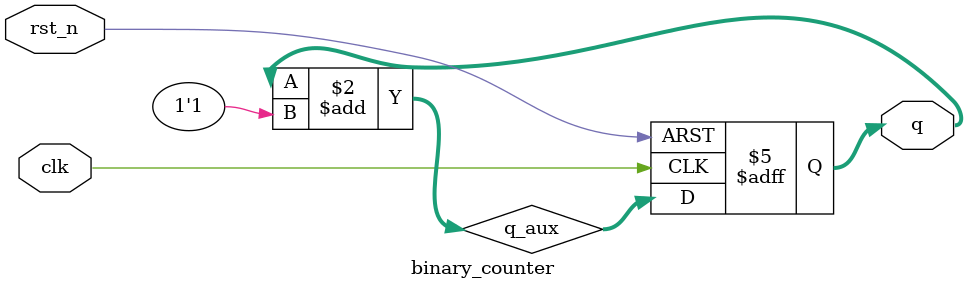
<source format=v>
`timescale 1ns / 1ps


module binary_counter(
    output reg [3:0] q,
    input clk,
    input rst_n
    );
    
    reg [3:0] q_aux;
    
    //1st version requires two blocks: combinatorial and sequencial
    always @*
        q_aux = q + 1'b1;
        
    always @(posedge clk or negedge rst_n) //when the clock changes from 0 to 1
        if(~rst_n) q<=4'b0;
        else q<=q_aux;
    
    
    /* 2nd version
    always @(posedge clk or negedge rst_n)
        if(!rst_n) q <=0;
        else q<=q+1;
    */
endmodule

</source>
